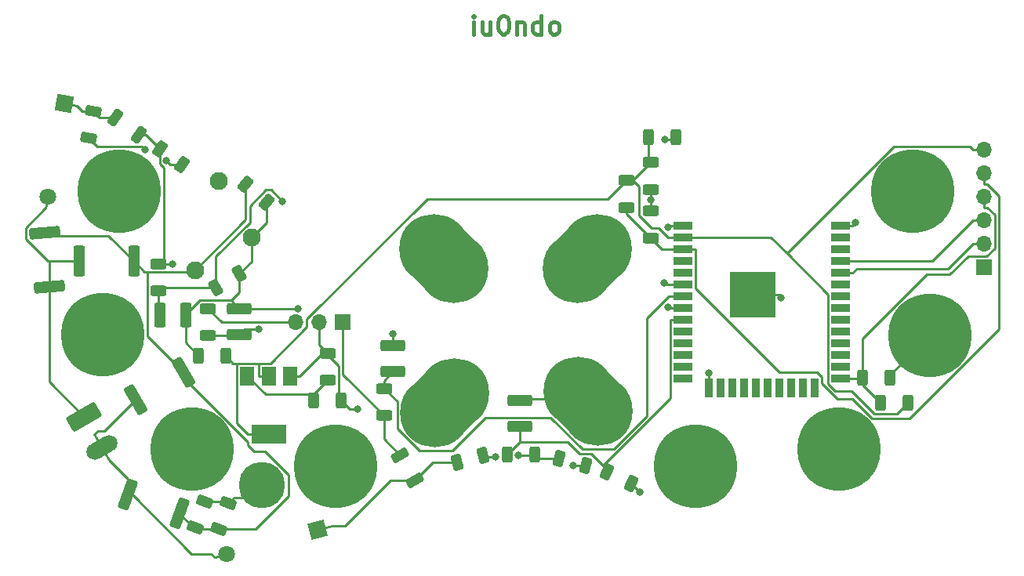
<source format=gbr>
%TF.GenerationSoftware,KiCad,Pcbnew,(6.0.1)*%
%TF.CreationDate,2022-01-29T22:41:37+01:00*%
%TF.ProjectId,AntenneCentraleDipoloStrumentato,416e7465-6e6e-4654-9365-6e7472616c65,rev?*%
%TF.SameCoordinates,Original*%
%TF.FileFunction,Copper,L1,Top*%
%TF.FilePolarity,Positive*%
%FSLAX46Y46*%
G04 Gerber Fmt 4.6, Leading zero omitted, Abs format (unit mm)*
G04 Created by KiCad (PCBNEW (6.0.1)) date 2022-01-29 22:41:37*
%MOMM*%
%LPD*%
G01*
G04 APERTURE LIST*
G04 Aperture macros list*
%AMRoundRect*
0 Rectangle with rounded corners*
0 $1 Rounding radius*
0 $2 $3 $4 $5 $6 $7 $8 $9 X,Y pos of 4 corners*
0 Add a 4 corners polygon primitive as box body*
4,1,4,$2,$3,$4,$5,$6,$7,$8,$9,$2,$3,0*
0 Add four circle primitives for the rounded corners*
1,1,$1+$1,$2,$3*
1,1,$1+$1,$4,$5*
1,1,$1+$1,$6,$7*
1,1,$1+$1,$8,$9*
0 Add four rect primitives between the rounded corners*
20,1,$1+$1,$2,$3,$4,$5,0*
20,1,$1+$1,$4,$5,$6,$7,0*
20,1,$1+$1,$6,$7,$8,$9,0*
20,1,$1+$1,$8,$9,$2,$3,0*%
%AMHorizOval*
0 Thick line with rounded ends*
0 $1 width*
0 $2 $3 position (X,Y) of the first rounded end (center of the circle)*
0 $4 $5 position (X,Y) of the second rounded end (center of the circle)*
0 Add line between two ends*
20,1,$1,$2,$3,$4,$5,0*
0 Add two circle primitives to create the rounded ends*
1,1,$1,$2,$3*
1,1,$1,$4,$5*%
%AMRotRect*
0 Rectangle, with rotation*
0 The origin of the aperture is its center*
0 $1 length*
0 $2 width*
0 $3 Rotation angle, in degrees counterclockwise*
0 Add horizontal line*
21,1,$1,$2,0,0,$3*%
G04 Aperture macros list end*
%ADD10C,0.400000*%
%TA.AperFunction,NonConductor*%
%ADD11C,0.400000*%
%TD*%
%TA.AperFunction,SMDPad,CuDef*%
%ADD12RoundRect,0.250000X-0.312500X-0.625000X0.312500X-0.625000X0.312500X0.625000X-0.312500X0.625000X0*%
%TD*%
%TA.AperFunction,SMDPad,CuDef*%
%ADD13RoundRect,0.250000X0.547358X0.434374X-0.019085X0.698511X-0.547358X-0.434374X0.019085X-0.698511X0*%
%TD*%
%TA.AperFunction,SMDPad,CuDef*%
%ADD14RoundRect,0.250000X0.641131X0.277907X0.162353X0.679649X-0.641131X-0.277907X-0.162353X-0.679649X0*%
%TD*%
%TA.AperFunction,SMDPad,CuDef*%
%ADD15RoundRect,0.250000X0.625000X-0.312500X0.625000X0.312500X-0.625000X0.312500X-0.625000X-0.312500X0*%
%TD*%
%TA.AperFunction,SMDPad,CuDef*%
%ADD16RoundRect,0.250000X0.743718X0.111843X0.468718X0.588157X-0.743718X-0.111843X-0.468718X-0.588157X0*%
%TD*%
%TA.AperFunction,SMDPad,CuDef*%
%ADD17RoundRect,0.250000X0.312500X0.625000X-0.312500X0.625000X-0.312500X-0.625000X0.312500X-0.625000X0*%
%TD*%
%TA.AperFunction,SMDPad,CuDef*%
%ADD18RoundRect,0.250000X-0.625000X0.312500X-0.625000X-0.312500X0.625000X-0.312500X0.625000X0.312500X0*%
%TD*%
%TA.AperFunction,SMDPad,CuDef*%
%ADD19RoundRect,0.250000X1.451171X-0.236924X1.387983X0.485318X-1.451171X0.236924X-1.387983X-0.485318X0*%
%TD*%
%TA.AperFunction,ComponentPad*%
%ADD20HorizOval,7.500000X1.060660X-1.060660X-1.060660X1.060660X0*%
%TD*%
%TA.AperFunction,ComponentPad*%
%ADD21C,0.900000*%
%TD*%
%TA.AperFunction,ComponentPad*%
%ADD22C,9.000000*%
%TD*%
%TA.AperFunction,SMDPad,CuDef*%
%ADD23R,1.500000X2.000000*%
%TD*%
%TA.AperFunction,SMDPad,CuDef*%
%ADD24R,3.800000X2.000000*%
%TD*%
%TA.AperFunction,ComponentPad*%
%ADD25HorizOval,7.500000X-1.060660X1.060660X1.060660X-1.060660X0*%
%TD*%
%TA.AperFunction,SMDPad,CuDef*%
%ADD26RoundRect,0.250000X-0.041867X0.697516X-0.583133X0.385016X0.041867X-0.697516X0.583133X-0.385016X0*%
%TD*%
%TA.AperFunction,ComponentPad*%
%ADD27C,1.950000*%
%TD*%
%TA.AperFunction,ComponentPad*%
%ADD28RotRect,1.800000X1.800000X195.000000*%
%TD*%
%TA.AperFunction,ComponentPad*%
%ADD29HorizOval,1.800000X0.000000X0.000000X0.000000X0.000000X0*%
%TD*%
%TA.AperFunction,SMDPad,CuDef*%
%ADD30RoundRect,0.250000X0.614470X0.332727X0.102500X0.691213X-0.614470X-0.332727X-0.102500X-0.691213X0*%
%TD*%
%TA.AperFunction,SMDPad,CuDef*%
%ADD31RoundRect,0.250000X0.828017X1.215080X0.146740X1.463044X-0.828017X-1.215080X-0.146740X-1.463044X0*%
%TD*%
%TA.AperFunction,SMDPad,CuDef*%
%ADD32RoundRect,0.250000X-0.398566X1.415336X-1.026434X1.052836X0.398566X-1.415336X1.026434X-1.052836X0*%
%TD*%
%TA.AperFunction,ComponentPad*%
%ADD33HorizOval,7.500000X1.060660X1.060660X-1.060660X-1.060660X0*%
%TD*%
%TA.AperFunction,ComponentPad*%
%ADD34R,1.700000X1.700000*%
%TD*%
%TA.AperFunction,ComponentPad*%
%ADD35O,1.700000X1.700000*%
%TD*%
%TA.AperFunction,SMDPad,CuDef*%
%ADD36RoundRect,0.250000X0.561240X-0.416283X0.669770X0.199222X-0.561240X0.416283X-0.669770X-0.199222X0*%
%TD*%
%TA.AperFunction,SMDPad,CuDef*%
%ADD37RoundRect,0.250000X0.480427X-0.507417X0.694189X0.079891X-0.480427X0.507417X-0.694189X-0.079891X0*%
%TD*%
%TA.AperFunction,SMDPad,CuDef*%
%ADD38RoundRect,0.250000X0.140090X0.684585X-0.463614X0.522823X-0.140090X-0.684585X0.463614X-0.522823X0*%
%TD*%
%TA.AperFunction,SMDPad,CuDef*%
%ADD39RoundRect,0.250000X0.463614X0.522823X-0.140090X0.684585X-0.463614X-0.522823X0.140090X-0.684585X0*%
%TD*%
%TA.AperFunction,ComponentPad*%
%ADD40HorizOval,7.500000X-1.060660X-1.060660X1.060660X1.060660X0*%
%TD*%
%TA.AperFunction,SMDPad,CuDef*%
%ADD41RoundRect,0.250000X-0.362500X-1.425000X0.362500X-1.425000X0.362500X1.425000X-0.362500X1.425000X0*%
%TD*%
%TA.AperFunction,ComponentPad*%
%ADD42RoundRect,0.250000X-1.667339X-0.212083X-1.017339X-1.337917X1.667339X0.212083X1.017339X1.337917X0*%
%TD*%
%TA.AperFunction,ComponentPad*%
%ADD43HorizOval,1.800000X-0.779423X-0.450000X0.779423X0.450000X0*%
%TD*%
%TA.AperFunction,SMDPad,CuDef*%
%ADD44RoundRect,0.250000X1.075000X-0.375000X1.075000X0.375000X-1.075000X0.375000X-1.075000X-0.375000X0*%
%TD*%
%TA.AperFunction,ComponentPad*%
%ADD45RotRect,1.800000X1.800000X260.000000*%
%TD*%
%TA.AperFunction,ComponentPad*%
%ADD46HorizOval,1.800000X0.000000X0.000000X0.000000X0.000000X0*%
%TD*%
%TA.AperFunction,SMDPad,CuDef*%
%ADD47R,5.000000X5.000000*%
%TD*%
%TA.AperFunction,SMDPad,CuDef*%
%ADD48R,2.000000X0.900000*%
%TD*%
%TA.AperFunction,SMDPad,CuDef*%
%ADD49R,0.900000X2.000000*%
%TD*%
%TA.AperFunction,SMDPad,CuDef*%
%ADD50RoundRect,0.250000X-0.375000X-1.075000X0.375000X-1.075000X0.375000X1.075000X-0.375000X1.075000X0*%
%TD*%
%TA.AperFunction,SMDPad,CuDef*%
%ADD51RoundRect,0.250000X0.626770X0.415673X0.176237X0.731140X-0.626770X-0.415673X-0.176237X-0.731140X0*%
%TD*%
%TA.AperFunction,ComponentPad*%
%ADD52C,0.800000*%
%TD*%
%TA.AperFunction,ComponentPad*%
%ADD53C,5.000000*%
%TD*%
%TA.AperFunction,ViaPad*%
%ADD54C,0.800000*%
%TD*%
%TA.AperFunction,Conductor*%
%ADD55C,0.250000*%
%TD*%
G04 APERTURE END LIST*
D10*
D11*
X144094771Y-68316361D02*
X144094771Y-66983028D01*
X144094771Y-66316361D02*
X143999533Y-66411600D01*
X144094771Y-66506838D01*
X144190009Y-66411600D01*
X144094771Y-66316361D01*
X144094771Y-66506838D01*
X145904295Y-66983028D02*
X145904295Y-68316361D01*
X145047152Y-66983028D02*
X145047152Y-68030647D01*
X145142390Y-68221123D01*
X145332866Y-68316361D01*
X145618580Y-68316361D01*
X145809057Y-68221123D01*
X145904295Y-68125885D01*
X147237628Y-66316361D02*
X147428104Y-66316361D01*
X147618580Y-66411600D01*
X147713819Y-66506838D01*
X147809057Y-66697314D01*
X147904295Y-67078266D01*
X147904295Y-67554457D01*
X147809057Y-67935409D01*
X147713819Y-68125885D01*
X147618580Y-68221123D01*
X147428104Y-68316361D01*
X147237628Y-68316361D01*
X147047152Y-68221123D01*
X146951914Y-68125885D01*
X146856676Y-67935409D01*
X146761438Y-67554457D01*
X146761438Y-67078266D01*
X146856676Y-66697314D01*
X146951914Y-66506838D01*
X147047152Y-66411600D01*
X147237628Y-66316361D01*
X148761438Y-66983028D02*
X148761438Y-68316361D01*
X148761438Y-67173504D02*
X148856676Y-67078266D01*
X149047152Y-66983028D01*
X149332866Y-66983028D01*
X149523342Y-67078266D01*
X149618580Y-67268742D01*
X149618580Y-68316361D01*
X151428104Y-68316361D02*
X151428104Y-66316361D01*
X151428104Y-68221123D02*
X151237628Y-68316361D01*
X150856676Y-68316361D01*
X150666200Y-68221123D01*
X150570961Y-68125885D01*
X150475723Y-67935409D01*
X150475723Y-67363980D01*
X150570961Y-67173504D01*
X150666200Y-67078266D01*
X150856676Y-66983028D01*
X151237628Y-66983028D01*
X151428104Y-67078266D01*
X152666200Y-68316361D02*
X152475723Y-68221123D01*
X152380485Y-68125885D01*
X152285247Y-67935409D01*
X152285247Y-67363980D01*
X152380485Y-67173504D01*
X152475723Y-67078266D01*
X152666200Y-66983028D01*
X152951914Y-66983028D01*
X153142390Y-67078266D01*
X153237628Y-67173504D01*
X153332866Y-67363980D01*
X153332866Y-67935409D01*
X153237628Y-68125885D01*
X153142390Y-68221123D01*
X152951914Y-68316361D01*
X152666200Y-68316361D01*
D12*
%TO.P,R9,1*%
%TO.N,Net-(D6-Pad1)*%
X147762500Y-113741200D03*
%TO.P,R9,2*%
%TO.N,Net-(C7-Pad2)*%
X150687500Y-113741200D03*
%TD*%
D13*
%TO.P,R10,1*%
%TO.N,GND*%
X161116875Y-116848479D03*
%TO.P,R10,2*%
%TO.N,Net-(D6-Pad1)*%
X158465925Y-115612321D03*
%TD*%
D14*
%TO.P,R5,1*%
%TO.N,GND*%
X121744940Y-86436477D03*
%TO.P,R5,2*%
%TO.N,Net-(C3-Pad1)*%
X119504260Y-84556323D03*
%TD*%
D15*
%TO.P,C10,2*%
%TO.N,Net-(C10-Pad2)*%
X163245800Y-82154300D03*
%TO.P,C10,1*%
%TO.N,GND*%
X163245800Y-85079300D03*
%TD*%
D16*
%TO.P,L2,2,2*%
%TO.N,Net-(C7-Pad2)*%
X136169300Y-113799610D03*
%TO.P,L2,1,1*%
%TO.N,Net-(C6-Pad2)*%
X137744300Y-116527590D03*
%TD*%
D17*
%TO.P,C9,2*%
%TO.N,Net-(C10-Pad2)*%
X163002500Y-79476600D03*
%TO.P,C9,1*%
%TO.N,GND*%
X165927500Y-79476600D03*
%TD*%
D18*
%TO.P,R8,1*%
%TO.N,Net-(C1-Pad2)*%
X110083600Y-93127100D03*
%TO.P,R8,2*%
%TO.N,Net-(D3-Pad1)*%
X110083600Y-96052100D03*
%TD*%
D19*
%TO.P,R1,1*%
%TO.N,Net-(D1-Pad2)*%
X98302199Y-95661227D03*
%TO.P,R1,2*%
%TO.N,Net-(C3-Pad1)*%
X97785801Y-89758773D03*
%TD*%
D20*
%TO.P,H7,1,1*%
%TO.N,GND*%
X140928100Y-92566500D03*
D21*
X141210236Y-96413868D03*
X138647681Y-94846919D03*
X137635811Y-93730398D03*
X137215082Y-90904092D03*
X140645964Y-88719132D03*
X137080732Y-92284364D03*
X143862593Y-95500993D03*
X139265692Y-88853482D03*
X143208519Y-90286081D03*
X144775468Y-92848636D03*
X144641118Y-94228908D03*
X142590508Y-96279518D03*
X144220389Y-91402602D03*
X142091998Y-89274211D03*
X137993607Y-89632007D03*
X139764202Y-95858789D03*
%TD*%
%TO.P,H10,1,1*%
%TO.N,GND*%
X193344800Y-97513800D03*
X195731285Y-103275285D03*
X189969800Y-100888800D03*
X196719800Y-100888800D03*
D22*
X193344800Y-100888800D03*
D21*
X190958315Y-103275285D03*
X195731285Y-98502315D03*
X190958315Y-98502315D03*
X193344800Y-104263800D03*
%TD*%
D23*
%TO.P,U2,3,VI*%
%TO.N,Net-(C11-Pad2)*%
X119670800Y-105231800D03*
D24*
%TO.P,U2,2,VO*%
%TO.N,Net-(C10-Pad2)*%
X121970800Y-111531800D03*
D23*
X121970800Y-105231800D03*
%TO.P,U2,1,GND*%
%TO.N,GND*%
X124270800Y-105231800D03*
%TD*%
D21*
%TO.P,H9,1,1*%
%TO.N,GND*%
X156181864Y-104153432D03*
X153171711Y-109164698D03*
X154801592Y-104287782D03*
X155300102Y-111293089D03*
X153529507Y-105066307D03*
X152750982Y-106338392D03*
X160177018Y-109663208D03*
X159756289Y-106836902D03*
X152616632Y-107718664D03*
X160311368Y-108282936D03*
D25*
X156464000Y-108000800D03*
D21*
X158126408Y-111713818D03*
X157627898Y-104708511D03*
X156746136Y-111848168D03*
X158744419Y-105720381D03*
X159398493Y-110935293D03*
X154183581Y-110281219D03*
%TD*%
D26*
%TO.P,R7,1*%
%TO.N,GND*%
X118792362Y-94213950D03*
%TO.P,R7,2*%
%TO.N,Net-(D3-Pad1)*%
X116259238Y-95676450D03*
%TD*%
D27*
%TO.P,C3,1*%
%TO.N,Net-(C3-Pad1)*%
X114014505Y-93850529D03*
%TO.P,C3,2*%
%TO.N,GND*%
X120138229Y-90314995D03*
%TO.P,C3,3*%
%TO.N,N/C*%
X116602695Y-84191271D03*
%TD*%
D28*
%TO.P,D2,1,K*%
%TO.N,Net-(C6-Pad2)*%
X127258700Y-121849800D03*
D29*
%TO.P,D2,2,A*%
%TO.N,Net-(D2-Pad2)*%
X117444894Y-124479401D03*
%TD*%
D15*
%TO.P,R13,1*%
%TO.N,Net-(C7-Pad2)*%
X134442200Y-109514100D03*
%TO.P,R13,2*%
%TO.N,Net-(D5-Pad1)*%
X134442200Y-106589100D03*
%TD*%
D30*
%TO.P,C1,1*%
%TO.N,GND*%
X112627810Y-82372856D03*
%TO.P,C1,2*%
%TO.N,Net-(C1-Pad2)*%
X110231790Y-80695144D03*
%TD*%
D17*
%TO.P,C11,1*%
%TO.N,GND*%
X129783300Y-107924600D03*
%TO.P,C11,2*%
%TO.N,Net-(C11-Pad2)*%
X126858300Y-107924600D03*
%TD*%
D21*
%TO.P,H11,1,1*%
%TO.N,GND*%
X189129515Y-87679685D03*
X188141000Y-85293200D03*
X193902485Y-82906715D03*
X191516000Y-81918200D03*
X193902485Y-87679685D03*
X189129515Y-82906715D03*
D22*
X191516000Y-85293200D03*
D21*
X191516000Y-88668200D03*
X194891000Y-85293200D03*
%TD*%
D12*
%TO.P,R12,2*%
%TO.N,Net-(C10-Pad2)*%
X190997300Y-108153200D03*
%TO.P,R12,1*%
%TO.N,Net-(C14-Pad2)*%
X188072300Y-108153200D03*
%TD*%
D15*
%TO.P,R6,2*%
%TO.N,Net-(C10-Pad2)*%
X160655000Y-84110100D03*
%TO.P,R6,1*%
%TO.N,Net-(C13-Pad2)*%
X160655000Y-87035100D03*
%TD*%
D21*
%TO.P,H5,1,1*%
%TO.N,Net-(C4-Pad2)*%
X116076885Y-110795915D03*
X111303915Y-110795915D03*
X116076885Y-115568885D03*
X110315400Y-113182400D03*
X113690400Y-109807400D03*
X113690400Y-116557400D03*
D22*
X113690400Y-113182400D03*
D21*
X111303915Y-115568885D03*
X117065400Y-113182400D03*
%TD*%
D18*
%TO.P,C12,1*%
%TO.N,GND*%
X128346200Y-102779100D03*
%TO.P,C12,2*%
%TO.N,Net-(C11-Pad2)*%
X128346200Y-105704100D03*
%TD*%
D21*
%TO.P,H12,1,1*%
%TO.N,GND*%
X164671400Y-115011200D03*
X170432885Y-117397685D03*
X171421400Y-115011200D03*
X165659915Y-112624715D03*
X168046400Y-118386200D03*
X170432885Y-112624715D03*
X165659915Y-117397685D03*
X168046400Y-111636200D03*
D22*
X168046400Y-115011200D03*
%TD*%
D31*
%TO.P,R4,1*%
%TO.N,Net-(C3-Pad1)*%
X112334039Y-120113835D03*
%TO.P,R4,2*%
%TO.N,Net-(D2-Pad2)*%
X106766361Y-118087365D03*
%TD*%
D32*
%TO.P,R3,1*%
%TO.N,Net-(C3-Pad1)*%
X112750800Y-104843150D03*
%TO.P,R3,2*%
%TO.N,Net-(D2-Pad2)*%
X107619600Y-107805650D03*
%TD*%
D21*
%TO.P,H6,1,1*%
%TO.N,GND*%
X155249302Y-89265311D03*
D33*
X156413200Y-92557600D03*
D21*
X160260568Y-92275464D03*
X156695336Y-88710232D03*
X160126218Y-90895192D03*
X159347693Y-89623107D03*
X156131064Y-96404968D03*
X152700182Y-94220008D03*
X158693619Y-94838019D03*
X154750792Y-96270618D03*
X153478707Y-95492093D03*
X152565832Y-92839736D03*
X154132781Y-90277181D03*
X159705489Y-93721498D03*
X158075608Y-88844582D03*
X153120911Y-91393702D03*
X157577098Y-95849889D03*
%TD*%
D15*
%TO.P,R11,1*%
%TO.N,Net-(D4-Pad1)*%
X115443000Y-100878100D03*
%TO.P,R11,2*%
%TO.N,Net-(C1-Pad2)*%
X115443000Y-97953100D03*
%TD*%
D34*
%TO.P,J2,1,Pin_1*%
%TO.N,Net-(C7-Pad2)*%
X130007600Y-99440600D03*
D35*
%TO.P,J2,2,Pin_2*%
%TO.N,GND*%
X127467600Y-99440600D03*
%TO.P,J2,3,Pin_3*%
%TO.N,Net-(C1-Pad2)*%
X124927600Y-99440600D03*
%TD*%
D36*
%TO.P,C2,1*%
%TO.N,GND*%
X102565240Y-79545281D03*
%TO.P,C2,2*%
%TO.N,Net-(C2-Pad2)*%
X103073160Y-76664719D03*
%TD*%
D21*
%TO.P,H2,1,1*%
%TO.N,Net-(C4-Pad2)*%
X105867200Y-81918200D03*
X103480715Y-82906715D03*
X103480715Y-87679685D03*
X105867200Y-88668200D03*
X108253685Y-87679685D03*
D22*
X105867200Y-85293200D03*
D21*
X102492200Y-85293200D03*
X108253685Y-82906715D03*
X109242200Y-85293200D03*
%TD*%
D37*
%TO.P,C5,1*%
%TO.N,Net-(C3-Pad1)*%
X114028396Y-121592500D03*
%TO.P,C5,2*%
%TO.N,Net-(C4-Pad2)*%
X115028804Y-118843900D03*
%TD*%
D38*
%TO.P,C6,1*%
%TO.N,GND*%
X145151267Y-113845277D03*
%TO.P,C6,2*%
%TO.N,Net-(C6-Pad2)*%
X142325933Y-114602323D03*
%TD*%
D39*
%TO.P,C7,1*%
%TO.N,GND*%
X156200267Y-114881723D03*
%TO.P,C7,2*%
%TO.N,Net-(C7-Pad2)*%
X153374933Y-114124677D03*
%TD*%
D21*
%TO.P,H13,1,1*%
%TO.N,GND*%
X180216200Y-113131600D03*
X181204715Y-110745115D03*
X185977685Y-110745115D03*
X183591200Y-109756600D03*
X181204715Y-115518085D03*
X185977685Y-115518085D03*
X186966200Y-113131600D03*
X183591200Y-116506600D03*
D22*
X183591200Y-113131600D03*
%TD*%
D21*
%TO.P,H8,1,1*%
%TO.N,GND*%
X144724918Y-106448892D03*
X143292319Y-110391719D03*
X142674308Y-104398282D03*
X138731481Y-105830881D03*
X137298882Y-109773708D03*
X139349492Y-111824318D03*
X140729764Y-111958668D03*
X138077407Y-111045793D03*
X144304189Y-109275198D03*
X139848002Y-104819011D03*
X142175798Y-111403589D03*
X143946393Y-105176807D03*
X144859268Y-107829164D03*
X137719611Y-106947402D03*
X141294036Y-104263932D03*
X137164532Y-108393436D03*
D40*
X141011900Y-108111300D03*
%TD*%
D41*
%TO.P,R2,1*%
%TO.N,Net-(D1-Pad2)*%
X101482300Y-92862400D03*
%TO.P,R2,2*%
%TO.N,Net-(C3-Pad1)*%
X107407300Y-92862400D03*
%TD*%
D42*
%TO.P,J1,1,Pin_1*%
%TO.N,Net-(D1-Pad2)*%
X102062000Y-109652800D03*
D43*
%TO.P,J1,2,Pin_2*%
%TO.N,Net-(D2-Pad2)*%
X103967000Y-112952357D03*
%TD*%
D34*
%TO.P,J3,1,Pin_1*%
%TO.N,GND*%
X199212600Y-93497800D03*
D35*
%TO.P,J3,2,Pin_2*%
%TO.N,Net-(J3-Pad2)*%
X199212600Y-90957800D03*
%TO.P,J3,3,Pin_3*%
%TO.N,Net-(J3-Pad3)*%
X199212600Y-88417800D03*
%TO.P,J3,4,Pin_4*%
%TO.N,Net-(C14-Pad2)*%
X199212600Y-85877800D03*
%TO.P,J3,5,Pin_5*%
%TO.N,Net-(C13-Pad2)*%
X199212600Y-83337800D03*
%TO.P,J3,6,Pin_6*%
%TO.N,Net-(C10-Pad2)*%
X199212600Y-80797800D03*
%TD*%
D44*
%TO.P,D5,1,K*%
%TO.N,Net-(D5-Pad1)*%
X135407400Y-104803400D03*
%TO.P,D5,2,A*%
%TO.N,GND*%
X135407400Y-102003400D03*
%TD*%
D45*
%TO.P,D1,1,K*%
%TO.N,Net-(C2-Pad2)*%
X99891300Y-75845400D03*
D46*
%TO.P,D1,2,A*%
%TO.N,Net-(D1-Pad2)*%
X98127035Y-85851047D03*
%TD*%
D17*
%TO.P,C14,1*%
%TO.N,GND*%
X189066900Y-105460800D03*
%TO.P,C14,2*%
%TO.N,Net-(C14-Pad2)*%
X186141900Y-105460800D03*
%TD*%
D12*
%TO.P,C8,2*%
%TO.N,Net-(C10-Pad2)*%
X117337300Y-103073200D03*
%TO.P,C8,1*%
%TO.N,GND*%
X114412300Y-103073200D03*
%TD*%
D21*
%TO.P,H4,1,1*%
%TO.N,Net-(C4-Pad2)*%
X104038400Y-104162200D03*
X101651915Y-98400715D03*
X100663400Y-100787200D03*
X106424885Y-103173685D03*
D22*
X104038400Y-100787200D03*
D21*
X106424885Y-98400715D03*
X107413400Y-100787200D03*
X101651915Y-103173685D03*
X104038400Y-97412200D03*
%TD*%
D44*
%TO.P,D4,1,K*%
%TO.N,Net-(D4-Pad1)*%
X118821200Y-100764800D03*
%TO.P,D4,2,A*%
%TO.N,GND*%
X118821200Y-97964800D03*
%TD*%
D47*
%TO.P,U1,39,GND*%
%TO.N,GND*%
X174209200Y-96501600D03*
D48*
%TO.P,U1,38,GND*%
X183709200Y-89001600D03*
%TO.P,U1,37,IO23*%
%TO.N,unconnected-(U1-Pad37)*%
X183709200Y-90271600D03*
%TO.P,U1,36,IO22*%
%TO.N,unconnected-(U1-Pad36)*%
X183709200Y-91541600D03*
%TO.P,U1,35,TXD0/IO1*%
%TO.N,Net-(J3-Pad3)*%
X183709200Y-92811600D03*
%TO.P,U1,34,RXD0/IO3*%
%TO.N,Net-(J3-Pad2)*%
X183709200Y-94081600D03*
%TO.P,U1,33,IO21*%
%TO.N,unconnected-(U1-Pad33)*%
X183709200Y-95351600D03*
%TO.P,U1,32,NC*%
%TO.N,unconnected-(U1-Pad32)*%
X183709200Y-96621600D03*
%TO.P,U1,31,IO19*%
%TO.N,unconnected-(U1-Pad31)*%
X183709200Y-97891600D03*
%TO.P,U1,30,IO18*%
%TO.N,unconnected-(U1-Pad30)*%
X183709200Y-99161600D03*
%TO.P,U1,29,IO5*%
%TO.N,unconnected-(U1-Pad29)*%
X183709200Y-100431600D03*
%TO.P,U1,28,IO17*%
%TO.N,unconnected-(U1-Pad28)*%
X183709200Y-101701600D03*
%TO.P,U1,27,IO16*%
%TO.N,unconnected-(U1-Pad27)*%
X183709200Y-102971600D03*
%TO.P,U1,26,IO4*%
%TO.N,unconnected-(U1-Pad26)*%
X183709200Y-104241600D03*
%TO.P,U1,25,IO0*%
%TO.N,Net-(C14-Pad2)*%
X183709200Y-105511600D03*
D49*
%TO.P,U1,24,IO2*%
%TO.N,unconnected-(U1-Pad24)*%
X180924200Y-106511600D03*
%TO.P,U1,23,IO15*%
%TO.N,unconnected-(U1-Pad23)*%
X179654200Y-106511600D03*
%TO.P,U1,22,SDI/SD1*%
%TO.N,unconnected-(U1-Pad22)*%
X178384200Y-106511600D03*
%TO.P,U1,21,SDO/SD0*%
%TO.N,unconnected-(U1-Pad21)*%
X177114200Y-106511600D03*
%TO.P,U1,20,SCK/CLK*%
%TO.N,unconnected-(U1-Pad20)*%
X175844200Y-106511600D03*
%TO.P,U1,19,SCS/CMD*%
%TO.N,unconnected-(U1-Pad19)*%
X174574200Y-106511600D03*
%TO.P,U1,18,SWP/SD3*%
%TO.N,unconnected-(U1-Pad18)*%
X173304200Y-106511600D03*
%TO.P,U1,17,SHD/SD2*%
%TO.N,unconnected-(U1-Pad17)*%
X172034200Y-106511600D03*
%TO.P,U1,16,IO13*%
%TO.N,unconnected-(U1-Pad16)*%
X170764200Y-106511600D03*
%TO.P,U1,15,GND*%
%TO.N,GND*%
X169494200Y-106511600D03*
D48*
%TO.P,U1,14,IO12*%
%TO.N,unconnected-(U1-Pad14)*%
X166709200Y-105511600D03*
%TO.P,U1,13,IO14*%
%TO.N,unconnected-(U1-Pad13)*%
X166709200Y-104241600D03*
%TO.P,U1,12,IO27*%
%TO.N,unconnected-(U1-Pad12)*%
X166709200Y-102971600D03*
%TO.P,U1,11,IO26*%
%TO.N,unconnected-(U1-Pad11)*%
X166709200Y-101701600D03*
%TO.P,U1,10,IO25*%
%TO.N,unconnected-(U1-Pad10)*%
X166709200Y-100431600D03*
%TO.P,U1,9,IO33*%
%TO.N,Net-(D6-Pad1)*%
X166709200Y-99161600D03*
%TO.P,U1,8,IO32*%
%TO.N,Net-(D3-Pad1)*%
X166709200Y-97891600D03*
%TO.P,U1,7,IO35*%
%TO.N,Net-(D5-Pad1)*%
X166709200Y-96621600D03*
%TO.P,U1,6,IO34*%
%TO.N,Net-(D4-Pad1)*%
X166709200Y-95351600D03*
%TO.P,U1,5,SENSOR_VN*%
%TO.N,unconnected-(U1-Pad5)*%
X166709200Y-94081600D03*
%TO.P,U1,4,SENSOR_VP*%
%TO.N,unconnected-(U1-Pad4)*%
X166709200Y-92811600D03*
%TO.P,U1,3,EN*%
%TO.N,Net-(C13-Pad2)*%
X166709200Y-91541600D03*
%TO.P,U1,2,VDD*%
%TO.N,Net-(C10-Pad2)*%
X166709200Y-90271600D03*
%TO.P,U1,1,GND*%
%TO.N,GND*%
X166709200Y-89001600D03*
%TD*%
D37*
%TO.P,C4,1*%
%TO.N,Net-(C3-Pad1)*%
X116619196Y-121744900D03*
%TO.P,C4,2*%
%TO.N,Net-(C4-Pad2)*%
X117619604Y-118996300D03*
%TD*%
D50*
%TO.P,D3,1,K*%
%TO.N,Net-(D3-Pad1)*%
X110207600Y-98679000D03*
%TO.P,D3,2,A*%
%TO.N,GND*%
X113007600Y-98679000D03*
%TD*%
D51*
%TO.P,L1,1,1*%
%TO.N,Net-(C1-Pad2)*%
X107970164Y-79160783D03*
%TO.P,L1,2,2*%
%TO.N,Net-(C2-Pad2)*%
X105389836Y-77354017D03*
%TD*%
D21*
%TO.P,H1,1,1*%
%TO.N,Net-(C4-Pad2)*%
X129235200Y-111636200D03*
X131621685Y-117397685D03*
X125860200Y-115011200D03*
X129235200Y-118386200D03*
X126848715Y-112624715D03*
D22*
X129235200Y-115011200D03*
D21*
X131621685Y-112624715D03*
X132610200Y-115011200D03*
X126848715Y-117397685D03*
%TD*%
D18*
%TO.P,C13,1*%
%TO.N,GND*%
X163220400Y-87412100D03*
%TO.P,C13,2*%
%TO.N,Net-(C13-Pad2)*%
X163220400Y-90337100D03*
%TD*%
D44*
%TO.P,D6,1,K*%
%TO.N,Net-(D6-Pad1)*%
X149123400Y-110696200D03*
%TO.P,D6,2,A*%
%TO.N,GND*%
X149123400Y-107896200D03*
%TD*%
D52*
%TO.P,H3,1,1*%
%TO.N,Net-(C4-Pad2)*%
X121234200Y-115168200D03*
X119908375Y-115717375D03*
X122560025Y-118369025D03*
X123109200Y-117043200D03*
X122560025Y-115717375D03*
X119908375Y-118369025D03*
X121234200Y-118918200D03*
X119359200Y-117043200D03*
D53*
X121234200Y-117043200D03*
%TD*%
D54*
%TO.N,Net-(D4-Pad1)*%
X164719000Y-95219400D03*
X120907300Y-100161700D03*
%TO.N,Net-(D3-Pad1)*%
X123461600Y-86353300D03*
X165081400Y-97847700D03*
%TO.N,Net-(C7-Pad2)*%
X148938000Y-113826100D03*
%TO.N,Net-(C1-Pad2)*%
X111591000Y-93127100D03*
%TO.N,GND*%
X185330900Y-88705200D03*
X164756200Y-79667800D03*
X110955500Y-81998000D03*
X108615600Y-80786700D03*
X154887200Y-114881700D03*
X135407400Y-100738700D03*
X169494200Y-104896300D03*
X131580000Y-108846400D03*
X146493100Y-114004100D03*
X165089700Y-89188200D03*
X163220400Y-86245700D03*
X177319800Y-96786900D03*
X162082100Y-117813700D03*
X125171700Y-97963800D03*
%TD*%
D55*
%TO.N,Net-(J3-Pad3)*%
X193643500Y-92811600D02*
X198037300Y-88417800D01*
X183709200Y-92811600D02*
X193643500Y-92811600D01*
X199212600Y-88417800D02*
X198037300Y-88417800D01*
%TO.N,Net-(J3-Pad2)*%
X199212600Y-90957800D02*
X198037300Y-90957800D01*
X185484800Y-93631300D02*
X185034500Y-94081600D01*
X195363800Y-93631300D02*
X185484800Y-93631300D01*
X198037300Y-90957800D02*
X195363800Y-93631300D01*
X183709200Y-94081600D02*
X185034500Y-94081600D01*
%TO.N,Net-(D6-Pad1)*%
X166709200Y-99161600D02*
X165383900Y-99161600D01*
X165383900Y-107668300D02*
X158118300Y-114933900D01*
X165383900Y-99161600D02*
X165383900Y-107668300D01*
X158465900Y-115281600D02*
X158118300Y-114933900D01*
X158465900Y-115612300D02*
X158465900Y-115281600D01*
X149123400Y-112380300D02*
X149123400Y-110696200D01*
X147762500Y-113741200D02*
X149123400Y-112380300D01*
X156807300Y-113623000D02*
X158118300Y-114933900D01*
X155544300Y-113623000D02*
X156807300Y-113623000D01*
X154301600Y-112380300D02*
X155544300Y-113623000D01*
X149123400Y-112380300D02*
X154301600Y-112380300D01*
%TO.N,Net-(D5-Pad1)*%
X134442200Y-105768600D02*
X134442200Y-106589100D01*
X135407400Y-104803400D02*
X134442200Y-105768600D01*
X135875800Y-108022700D02*
X134442200Y-106589100D01*
X135875800Y-110929000D02*
X135875800Y-108022700D01*
X138245300Y-113298500D02*
X135875800Y-110929000D01*
X141831300Y-113298500D02*
X138245300Y-113298500D01*
X145393900Y-109735900D02*
X141831300Y-113298500D01*
X152435600Y-109735900D02*
X145393900Y-109735900D01*
X155872300Y-113172600D02*
X152435600Y-109735900D01*
X159242700Y-113172600D02*
X155872300Y-113172600D01*
X162848500Y-109566800D02*
X159242700Y-113172600D01*
X162848500Y-98975300D02*
X162848500Y-109566800D01*
X165202200Y-96621600D02*
X162848500Y-98975300D01*
X166709200Y-96621600D02*
X165202200Y-96621600D01*
%TO.N,Net-(D4-Pad1)*%
X118707900Y-100878100D02*
X115443000Y-100878100D01*
X118821200Y-100764800D02*
X118707900Y-100878100D01*
X119424300Y-100161700D02*
X118821200Y-100764800D01*
X120907300Y-100161700D02*
X119424300Y-100161700D01*
X164851200Y-95351600D02*
X164719000Y-95219400D01*
X166709200Y-95351600D02*
X164851200Y-95351600D01*
%TO.N,Net-(D3-Pad1)*%
X110083600Y-98555000D02*
X110083600Y-96052100D01*
X110207600Y-98679000D02*
X110083600Y-98555000D01*
X110459200Y-95676500D02*
X110083600Y-96052100D01*
X116259200Y-95676500D02*
X110459200Y-95676500D01*
X166709200Y-97891600D02*
X165383900Y-97891600D01*
X165125300Y-97891600D02*
X165081400Y-97847700D01*
X165383900Y-97891600D02*
X165125300Y-97891600D01*
X122260600Y-85152300D02*
X123461600Y-86353300D01*
X121665600Y-85152300D02*
X122260600Y-85152300D01*
X119954700Y-86863200D02*
X121665600Y-85152300D01*
X119954700Y-88659500D02*
X119954700Y-86863200D01*
X116259200Y-92355000D02*
X119954700Y-88659500D01*
X116259200Y-95676500D02*
X116259200Y-92355000D01*
%TO.N,Net-(C14-Pad2)*%
X186091100Y-106172000D02*
X188072300Y-108153200D01*
X186091100Y-105511600D02*
X186091100Y-106172000D01*
X183709200Y-105511600D02*
X186091100Y-105511600D01*
X186091100Y-105511600D02*
X186141900Y-105460800D01*
X199577900Y-87053100D02*
X199212600Y-87053100D01*
X200394000Y-87869200D02*
X199577900Y-87053100D01*
X200394000Y-91440200D02*
X200394000Y-87869200D01*
X199511800Y-92322400D02*
X200394000Y-91440200D01*
X197514100Y-92322400D02*
X199511800Y-92322400D01*
X195529800Y-94306700D02*
X197514100Y-92322400D01*
X193064000Y-94306700D02*
X195529800Y-94306700D01*
X186141900Y-101228800D02*
X193064000Y-94306700D01*
X186141900Y-105460800D02*
X186141900Y-101228800D01*
X199212600Y-85877800D02*
X199212600Y-87053100D01*
%TO.N,Net-(C13-Pad2)*%
X166709200Y-91541600D02*
X168034500Y-91541600D01*
X199212600Y-83337800D02*
X199212600Y-84513100D01*
X168034500Y-95800000D02*
X168034500Y-91541600D01*
X177093500Y-104859000D02*
X168034500Y-95800000D01*
X181204900Y-104859000D02*
X177093500Y-104859000D01*
X181699600Y-105353700D02*
X181204900Y-104859000D01*
X181699600Y-106071200D02*
X181699600Y-105353700D01*
X183375400Y-107747000D02*
X181699600Y-106071200D01*
X185030800Y-107747000D02*
X183375400Y-107747000D01*
X187135500Y-109851700D02*
X185030800Y-107747000D01*
X191224800Y-109851700D02*
X187135500Y-109851700D01*
X200844400Y-100232100D02*
X191224800Y-109851700D01*
X200844400Y-85777600D02*
X200844400Y-100232100D01*
X199579900Y-84513100D02*
X200844400Y-85777600D01*
X199212600Y-84513100D02*
X199579900Y-84513100D01*
X160655000Y-87771700D02*
X163220400Y-90337100D01*
X160655000Y-87035100D02*
X160655000Y-87771700D01*
X164424900Y-91541600D02*
X166709200Y-91541600D01*
X163220400Y-90337100D02*
X164424900Y-91541600D01*
%TO.N,Net-(C11-Pad2)*%
X121631000Y-107192000D02*
X119670800Y-105231800D01*
X126858300Y-107192000D02*
X121631000Y-107192000D01*
X128346200Y-105704100D02*
X126858300Y-107192000D01*
X126858300Y-107192000D02*
X126858300Y-107924600D01*
%TO.N,Net-(C10-Pad2)*%
X121970800Y-105231800D02*
X120895500Y-105231800D01*
X199212600Y-80797800D02*
X198037300Y-80797800D01*
X189483400Y-80467800D02*
X177944100Y-92007100D01*
X197707300Y-80467800D02*
X189483400Y-80467800D01*
X198037300Y-80797800D02*
X197707300Y-80467800D01*
X182383800Y-96446800D02*
X177944100Y-92007100D01*
X182383800Y-106118500D02*
X182383800Y-96446800D01*
X183111700Y-106846400D02*
X182383800Y-106118500D01*
X184880700Y-106846400D02*
X183111700Y-106846400D01*
X187393800Y-109359500D02*
X184880700Y-106846400D01*
X189791000Y-109359500D02*
X187393800Y-109359500D01*
X190997300Y-108153200D02*
X189791000Y-109359500D01*
X176208600Y-90271600D02*
X166709200Y-90271600D01*
X177944100Y-92007100D02*
X176208600Y-90271600D01*
X166709200Y-90271600D02*
X165383900Y-90271600D01*
X120895500Y-103885700D02*
X120895500Y-105231800D01*
X158618900Y-86146200D02*
X160655000Y-84110100D01*
X139085700Y-86146200D02*
X158618900Y-86146200D01*
X126103000Y-99128900D02*
X139085700Y-86146200D01*
X126103000Y-99952500D02*
X126103000Y-99128900D01*
X122169800Y-103885700D02*
X126103000Y-99952500D01*
X120895500Y-103885700D02*
X122169800Y-103885700D01*
X160655000Y-84110100D02*
X161290000Y-84110100D01*
X161290000Y-84110100D02*
X163245800Y-82154300D01*
X163002500Y-81911000D02*
X163245800Y-82154300D01*
X163002500Y-79476600D02*
X163002500Y-81911000D01*
X165147400Y-90271600D02*
X165383900Y-90271600D01*
X164127900Y-89252100D02*
X165147400Y-90271600D01*
X163303200Y-89252100D02*
X164127900Y-89252100D01*
X161948600Y-87897500D02*
X163303200Y-89252100D01*
X161948600Y-84768700D02*
X161948600Y-87897500D01*
X161290000Y-84110100D02*
X161948600Y-84768700D01*
X121970800Y-111531800D02*
X119745500Y-111531800D01*
X118574600Y-110360900D02*
X118574600Y-103885700D01*
X119745500Y-111531800D02*
X118574600Y-110360900D01*
X120895500Y-103885700D02*
X118574600Y-103885700D01*
X118149800Y-103885700D02*
X117337300Y-103073200D01*
X118574600Y-103885700D02*
X118149800Y-103885700D01*
%TO.N,Net-(D2-Pad2)*%
X103967000Y-112952400D02*
X104768200Y-114340200D01*
X103543000Y-111187300D02*
X103165700Y-111564600D01*
X104238000Y-111187300D02*
X103543000Y-111187300D01*
X107619600Y-107805700D02*
X104238000Y-111187300D01*
X103967000Y-112952400D02*
X103165700Y-111564600D01*
X117444900Y-124479400D02*
X116130000Y-124831700D01*
X106766400Y-116338400D02*
X106766400Y-118087400D01*
X104768200Y-114340200D02*
X106766400Y-116338400D01*
X115777700Y-124479400D02*
X116130000Y-124831700D01*
X113659400Y-124479400D02*
X115777700Y-124479400D01*
X107267400Y-118087400D02*
X113659400Y-124479400D01*
X106766400Y-118087400D02*
X107267400Y-118087400D01*
%TO.N,Net-(D1-Pad2)*%
X98127000Y-85851000D02*
X97898700Y-87145900D01*
X98302200Y-92862400D02*
X98302200Y-95661200D01*
X101482300Y-92862400D02*
X98302200Y-92862400D01*
X97821700Y-87145900D02*
X97898700Y-87145900D01*
X95730900Y-89236700D02*
X97821700Y-87145900D01*
X95730900Y-90421800D02*
X95730900Y-89236700D01*
X98171500Y-92862400D02*
X95730900Y-90421800D01*
X98302200Y-92862400D02*
X98171500Y-92862400D01*
X98302200Y-105893000D02*
X98302200Y-95661200D01*
X102062000Y-109652800D02*
X98302200Y-105893000D01*
%TO.N,Net-(C7-Pad2)*%
X130007600Y-105079500D02*
X130007600Y-99440600D01*
X134442200Y-109514100D02*
X130007600Y-105079500D01*
X134442200Y-112072500D02*
X136169300Y-113799600D01*
X134442200Y-109514100D02*
X134442200Y-112072500D01*
X151071000Y-114124700D02*
X150687500Y-113741200D01*
X153374900Y-114124700D02*
X151071000Y-114124700D01*
X150602600Y-113826100D02*
X150687500Y-113741200D01*
X148938000Y-113826100D02*
X150602600Y-113826100D01*
%TO.N,Net-(C6-Pad2)*%
X135147600Y-116527600D02*
X137744300Y-116527600D01*
X130227500Y-121447700D02*
X135147600Y-116527600D01*
X128759500Y-121447700D02*
X130227500Y-121447700D01*
X127258700Y-121849800D02*
X128759500Y-121447700D01*
X139669600Y-114602300D02*
X137744300Y-116527600D01*
X142325900Y-114602300D02*
X139669600Y-114602300D01*
%TO.N,Net-(C3-Pad1)*%
X104663500Y-90118600D02*
X107407300Y-92862400D01*
X98145600Y-90118600D02*
X104663500Y-90118600D01*
X97785800Y-89758800D02*
X98145600Y-90118600D01*
X108591500Y-94046600D02*
X108882200Y-94046600D01*
X107407300Y-92862400D02*
X108591500Y-94046600D01*
X112750800Y-105418600D02*
X112750800Y-104843100D01*
X119745400Y-112413200D02*
X112750800Y-105418600D01*
X119745400Y-112707000D02*
X119745400Y-112413200D01*
X120416600Y-113378200D02*
X119745400Y-112707000D01*
X121565800Y-113378200D02*
X120416600Y-113378200D01*
X124106200Y-115918600D02*
X121565800Y-113378200D01*
X124106200Y-118224000D02*
X124106200Y-115918600D01*
X120585300Y-121744900D02*
X124106200Y-118224000D01*
X116619200Y-121744900D02*
X120585300Y-121744900D01*
X108882200Y-100974500D02*
X108882200Y-94046600D01*
X112750800Y-104843100D02*
X108882200Y-100974500D01*
X114180800Y-121744900D02*
X114028400Y-121592500D01*
X116619200Y-121744900D02*
X114180800Y-121744900D01*
X113812700Y-121592500D02*
X112334000Y-120113800D01*
X114028400Y-121592500D02*
X113812700Y-121592500D01*
X113818400Y-94046600D02*
X114014500Y-93850500D01*
X108882200Y-94046600D02*
X113818400Y-94046600D01*
X119504300Y-88360700D02*
X114014500Y-93850500D01*
X119504300Y-84556300D02*
X119504300Y-88360700D01*
%TO.N,Net-(C2-Pad2)*%
X103762500Y-77354000D02*
X103073200Y-76664700D01*
X105389800Y-77354000D02*
X103762500Y-77354000D01*
X101879800Y-76664700D02*
X103073200Y-76664700D01*
X101310800Y-76095700D02*
X101879800Y-76664700D01*
X101310800Y-76095600D02*
X101310800Y-76095700D01*
X99891300Y-75845400D02*
X101310800Y-76095600D01*
%TO.N,Net-(C1-Pad2)*%
X108697500Y-79160800D02*
X107970200Y-79160800D01*
X110231800Y-80695100D02*
X108697500Y-79160800D01*
X110692500Y-92518200D02*
X110083600Y-93127100D01*
X110692500Y-82760700D02*
X110692500Y-92518200D01*
X110230200Y-82298400D02*
X110692500Y-82760700D01*
X110230200Y-80696700D02*
X110230200Y-82298400D01*
X110231800Y-80695100D02*
X110230200Y-80696700D01*
X124927600Y-99440600D02*
X123752300Y-99440600D01*
X110083600Y-93127100D02*
X111591000Y-93127100D01*
X116926300Y-99436400D02*
X115443000Y-97953100D01*
X123748100Y-99436400D02*
X116926300Y-99436400D01*
X123752300Y-99440600D02*
X123748100Y-99436400D01*
%TO.N,GND*%
X183709200Y-89001600D02*
X185034500Y-89001600D01*
X185330900Y-88705200D02*
X185034500Y-89001600D01*
X165736300Y-79667800D02*
X165927500Y-79476600D01*
X164756200Y-79667800D02*
X165736300Y-79667800D01*
X113007600Y-101668500D02*
X113007600Y-98679000D01*
X114412300Y-103073200D02*
X113007600Y-101668500D01*
X103487700Y-80467800D02*
X102565200Y-79545300D01*
X108296700Y-80467800D02*
X103487700Y-80467800D01*
X108615600Y-80786700D02*
X108296700Y-80467800D01*
X111330400Y-82372900D02*
X110955500Y-81998000D01*
X112627800Y-82372900D02*
X111330400Y-82372900D01*
X149300900Y-107718700D02*
X149123400Y-107896200D01*
X152616600Y-107718700D02*
X149300900Y-107718700D01*
X124270800Y-105231800D02*
X125346100Y-105231800D01*
X129557200Y-104167900D02*
X128346200Y-102956900D01*
X129557200Y-107698500D02*
X129557200Y-104167900D01*
X129783300Y-107924600D02*
X129557200Y-107698500D01*
X127621000Y-102956900D02*
X125346100Y-105231800D01*
X128346200Y-102956900D02*
X127621000Y-102956900D01*
X128346200Y-102956900D02*
X128346200Y-102779100D01*
X127467600Y-101900500D02*
X127467600Y-99440600D01*
X128346200Y-102779100D02*
X127467600Y-101900500D01*
X135407400Y-100738700D02*
X135407400Y-102003400D01*
X169494200Y-104896300D02*
X169494200Y-106511600D01*
X156200300Y-114881700D02*
X154887200Y-114881700D01*
X118792400Y-96192400D02*
X118792400Y-94213900D01*
X117920600Y-97064200D02*
X118792400Y-96192400D01*
X118821200Y-97964800D02*
X117920600Y-97064200D01*
X113007600Y-98588700D02*
X113007600Y-98679000D01*
X114532100Y-97064200D02*
X113007600Y-98588700D01*
X117920600Y-97064200D02*
X114532100Y-97064200D01*
X130705100Y-108846400D02*
X129783300Y-107924600D01*
X131580000Y-108846400D02*
X130705100Y-108846400D01*
X120138200Y-92868100D02*
X120138200Y-90315000D01*
X118792400Y-94213900D02*
X120138200Y-92868100D01*
X121744900Y-88708300D02*
X121744900Y-86436500D01*
X120138200Y-90315000D02*
X121744900Y-88708300D01*
X145310100Y-114004100D02*
X145151300Y-113845300D01*
X146493100Y-114004100D02*
X145310100Y-114004100D01*
X165197300Y-89188200D02*
X165383900Y-89001600D01*
X165089700Y-89188200D02*
X165197300Y-89188200D01*
X166709200Y-89001600D02*
X165383900Y-89001600D01*
X163220400Y-85104700D02*
X163220400Y-86245700D01*
X163245800Y-85079300D02*
X163220400Y-85104700D01*
X163220400Y-86245700D02*
X163220400Y-87412100D01*
X174209200Y-96501600D02*
X177034500Y-96501600D01*
X177319800Y-96786900D02*
X177034500Y-96501600D01*
X161116900Y-116848500D02*
X162082100Y-117813700D01*
X118822200Y-97963800D02*
X118821200Y-97964800D01*
X125171700Y-97963800D02*
X118822200Y-97963800D01*
X189066900Y-105166700D02*
X189066900Y-105460800D01*
X190958300Y-103275300D02*
X189066900Y-105166700D01*
%TO.N,Net-(C4-Pad2)*%
X117467200Y-118843900D02*
X117619600Y-118996300D01*
X115028800Y-118843900D02*
X117467200Y-118843900D01*
X118246900Y-118369000D02*
X117619600Y-118996300D01*
X119908400Y-118369000D02*
X118246900Y-118369000D01*
%TD*%
M02*

</source>
